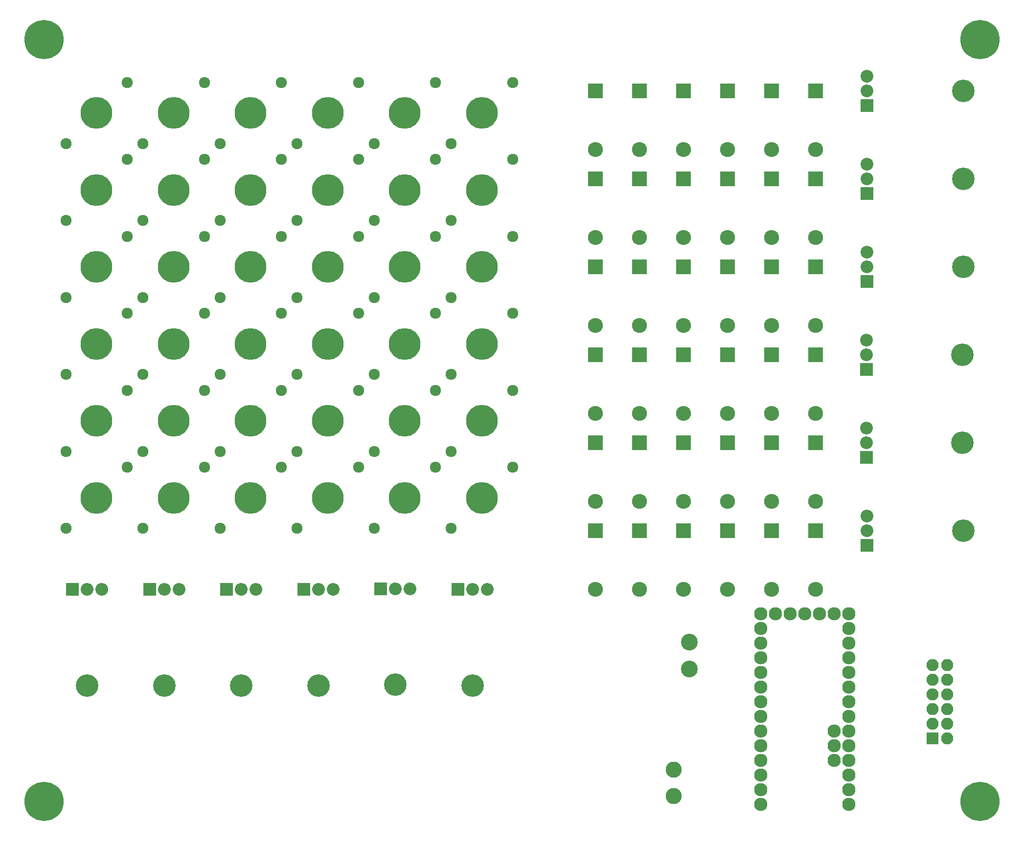
<source format=gbr>
G04 #@! TF.FileFunction,Soldermask,Top*
%FSLAX46Y46*%
G04 Gerber Fmt 4.6, Leading zero omitted, Abs format (unit mm)*
G04 Created by KiCad (PCBNEW 4.0.6) date 05/24/18 15:00:55*
%MOMM*%
%LPD*%
G01*
G04 APERTURE LIST*
%ADD10C,0.100000*%
%ADD11R,2.100000X2.100000*%
%ADD12O,2.100000X2.100000*%
%ADD13C,2.300000*%
%ADD14C,6.800000*%
%ADD15R,2.600000X2.600000*%
%ADD16O,2.600000X2.600000*%
%ADD17C,2.800000*%
%ADD18C,2.900000*%
%ADD19C,5.500000*%
%ADD20C,1.924000*%
%ADD21O,3.900000X3.900000*%
%ADD22R,2.200000X2.200000*%
%ADD23O,2.200000X2.200000*%
G04 APERTURE END LIST*
D10*
D11*
X182760000Y-140120000D03*
D12*
X185300000Y-140120000D03*
X182760000Y-137580000D03*
X185300000Y-137580000D03*
X182760000Y-135040000D03*
X185300000Y-135040000D03*
X182760000Y-132500000D03*
X185300000Y-132500000D03*
X182760000Y-129960000D03*
X185300000Y-129960000D03*
X182760000Y-127420000D03*
X185300000Y-127420000D03*
D13*
X165735000Y-143891000D03*
X165735000Y-141351000D03*
X165735000Y-138811000D03*
X155575000Y-118491000D03*
X158115000Y-118491000D03*
X160655000Y-118491000D03*
X165735000Y-118491000D03*
X163195000Y-118491000D03*
X153035000Y-148971000D03*
X153035000Y-146431000D03*
X153035000Y-143891000D03*
X153035000Y-141351000D03*
X153035000Y-138811000D03*
X153035000Y-136271000D03*
X153035000Y-133731000D03*
X153035000Y-131191000D03*
X153035000Y-128651000D03*
X153035000Y-126111000D03*
X153035000Y-123571000D03*
X153035000Y-121031000D03*
X153035000Y-118491000D03*
X168275000Y-118491000D03*
X168275000Y-121031000D03*
X168275000Y-123571000D03*
X168275000Y-126111000D03*
X168275000Y-128651000D03*
X168275000Y-131191000D03*
X168275000Y-133731000D03*
X168275000Y-136271000D03*
X168275000Y-138811000D03*
X168275000Y-141351000D03*
X168275000Y-143891000D03*
X168275000Y-146431000D03*
X168275000Y-148971000D03*
X168275000Y-151511000D03*
X153035000Y-151511000D03*
D14*
X191000000Y-151000000D03*
D15*
X124460000Y-27940000D03*
D16*
X124460000Y-38100000D03*
D15*
X132080000Y-27940000D03*
D16*
X132080000Y-38100000D03*
D15*
X139700000Y-27940000D03*
D16*
X139700000Y-38100000D03*
D15*
X147320000Y-27940000D03*
D16*
X147320000Y-38100000D03*
D15*
X154940000Y-27940000D03*
D16*
X154940000Y-38100000D03*
D15*
X162560000Y-27940000D03*
D16*
X162560000Y-38100000D03*
D15*
X124460000Y-43180000D03*
D16*
X124460000Y-53340000D03*
D15*
X132080000Y-43180000D03*
D16*
X132080000Y-53340000D03*
D15*
X139700000Y-43180000D03*
D16*
X139700000Y-53340000D03*
D15*
X147320000Y-43180000D03*
D16*
X147320000Y-53340000D03*
D15*
X154940000Y-43180000D03*
D16*
X154940000Y-53340000D03*
D15*
X162560000Y-43180000D03*
D16*
X162560000Y-53340000D03*
D15*
X124460000Y-58420000D03*
D16*
X124460000Y-68580000D03*
D15*
X132080000Y-58420000D03*
D16*
X132080000Y-68580000D03*
D15*
X139700000Y-58420000D03*
D16*
X139700000Y-68580000D03*
D15*
X147320000Y-58420000D03*
D16*
X147320000Y-68580000D03*
D15*
X154940000Y-58420000D03*
D16*
X154940000Y-68580000D03*
D15*
X162560000Y-58420000D03*
D16*
X162560000Y-68580000D03*
D15*
X124460000Y-73660000D03*
D16*
X124460000Y-83820000D03*
D15*
X132080000Y-73660000D03*
D16*
X132080000Y-83820000D03*
D15*
X139700000Y-73660000D03*
D16*
X139700000Y-83820000D03*
D15*
X147320000Y-73660000D03*
D16*
X147320000Y-83820000D03*
D15*
X154940000Y-73660000D03*
D16*
X154940000Y-83820000D03*
D15*
X162560000Y-73660000D03*
D16*
X162560000Y-83820000D03*
D15*
X124460000Y-88900000D03*
D16*
X124460000Y-99060000D03*
D15*
X132080000Y-88900000D03*
D16*
X132080000Y-99060000D03*
D15*
X139700000Y-88900000D03*
D16*
X139700000Y-99060000D03*
D15*
X147320000Y-88900000D03*
D16*
X147320000Y-99060000D03*
D15*
X154940000Y-88900000D03*
D16*
X154940000Y-99060000D03*
D15*
X162560000Y-88900000D03*
D16*
X162560000Y-99060000D03*
D15*
X124460000Y-104140000D03*
D16*
X124460000Y-114300000D03*
D15*
X132080000Y-104140000D03*
D16*
X132080000Y-114300000D03*
D15*
X139700000Y-104140000D03*
D16*
X139700000Y-114300000D03*
D15*
X147320000Y-104140000D03*
D16*
X147320000Y-114300000D03*
D15*
X154940000Y-104140000D03*
D16*
X154940000Y-114300000D03*
D15*
X162560000Y-104140000D03*
D16*
X162560000Y-114300000D03*
D17*
X137958600Y-145548000D03*
X137958600Y-150048000D03*
D14*
X191000000Y-19000000D03*
X29000000Y-19000000D03*
X29000000Y-151000000D03*
D18*
X140716000Y-123444000D03*
X140716000Y-128044000D03*
D19*
X38100000Y-31750000D03*
D20*
X32800000Y-37050000D03*
X43400000Y-26450000D03*
D19*
X51435000Y-31750000D03*
D20*
X46135000Y-37050000D03*
X56735000Y-26450000D03*
D19*
X64770000Y-31750000D03*
D20*
X59470000Y-37050000D03*
X70070000Y-26450000D03*
D19*
X78105000Y-31750000D03*
D20*
X72805000Y-37050000D03*
X83405000Y-26450000D03*
D19*
X91440000Y-31750000D03*
D20*
X86140000Y-37050000D03*
X96740000Y-26450000D03*
D19*
X104775000Y-31750000D03*
D20*
X99475000Y-37050000D03*
X110075000Y-26450000D03*
D19*
X38100000Y-45085000D03*
D20*
X32800000Y-50385000D03*
X43400000Y-39785000D03*
D19*
X51435000Y-45085000D03*
D20*
X46135000Y-50385000D03*
X56735000Y-39785000D03*
D19*
X64770000Y-45085000D03*
D20*
X59470000Y-50385000D03*
X70070000Y-39785000D03*
D19*
X78105000Y-45085000D03*
D20*
X72805000Y-50385000D03*
X83405000Y-39785000D03*
D19*
X91440000Y-45085000D03*
D20*
X86140000Y-50385000D03*
X96740000Y-39785000D03*
D19*
X104775000Y-45085000D03*
D20*
X99475000Y-50385000D03*
X110075000Y-39785000D03*
D19*
X38100000Y-58420000D03*
D20*
X32800000Y-63720000D03*
X43400000Y-53120000D03*
D19*
X51435000Y-58420000D03*
D20*
X46135000Y-63720000D03*
X56735000Y-53120000D03*
D19*
X64770000Y-58420000D03*
D20*
X59470000Y-63720000D03*
X70070000Y-53120000D03*
D19*
X78105000Y-58420000D03*
D20*
X72805000Y-63720000D03*
X83405000Y-53120000D03*
D19*
X91440000Y-58420000D03*
D20*
X86140000Y-63720000D03*
X96740000Y-53120000D03*
D19*
X104775000Y-58420000D03*
D20*
X99475000Y-63720000D03*
X110075000Y-53120000D03*
D19*
X38100000Y-71755000D03*
D20*
X32800000Y-77055000D03*
X43400000Y-66455000D03*
D19*
X51435000Y-71755000D03*
D20*
X46135000Y-77055000D03*
X56735000Y-66455000D03*
D19*
X64770000Y-71755000D03*
D20*
X59470000Y-77055000D03*
X70070000Y-66455000D03*
D19*
X78105000Y-71755000D03*
D20*
X72805000Y-77055000D03*
X83405000Y-66455000D03*
D19*
X91440000Y-71755000D03*
D20*
X86140000Y-77055000D03*
X96740000Y-66455000D03*
D19*
X104775000Y-71755000D03*
D20*
X99475000Y-77055000D03*
X110075000Y-66455000D03*
D19*
X38100000Y-85090000D03*
D20*
X32800000Y-90390000D03*
X43400000Y-79790000D03*
D19*
X51435000Y-85090000D03*
D20*
X46135000Y-90390000D03*
X56735000Y-79790000D03*
D19*
X64770000Y-85090000D03*
D20*
X59470000Y-90390000D03*
X70070000Y-79790000D03*
D19*
X78105000Y-85090000D03*
D20*
X72805000Y-90390000D03*
X83405000Y-79790000D03*
D19*
X91440000Y-85090000D03*
D20*
X86140000Y-90390000D03*
X96740000Y-79790000D03*
D19*
X104775000Y-85090000D03*
D20*
X99475000Y-90390000D03*
X110075000Y-79790000D03*
D19*
X38100000Y-98425000D03*
D20*
X32800000Y-103725000D03*
X43400000Y-93125000D03*
D19*
X51435000Y-98425000D03*
D20*
X46135000Y-103725000D03*
X56735000Y-93125000D03*
D19*
X64770000Y-98425000D03*
D20*
X59470000Y-103725000D03*
X70070000Y-93125000D03*
D19*
X78105000Y-98425000D03*
D20*
X72805000Y-103725000D03*
X83405000Y-93125000D03*
D19*
X91440000Y-98425000D03*
D20*
X86140000Y-103725000D03*
X96740000Y-93125000D03*
D19*
X104775000Y-98425000D03*
D20*
X99475000Y-103725000D03*
X110075000Y-93125000D03*
D21*
X188110000Y-27940000D03*
D22*
X171450000Y-30480000D03*
D23*
X171450000Y-27940000D03*
X171450000Y-25400000D03*
D21*
X188110000Y-43180000D03*
D22*
X171450000Y-45720000D03*
D23*
X171450000Y-43180000D03*
X171450000Y-40640000D03*
D21*
X188110000Y-58420000D03*
D22*
X171450000Y-60960000D03*
D23*
X171450000Y-58420000D03*
X171450000Y-55880000D03*
D21*
X187960000Y-73660000D03*
D22*
X171300000Y-76200000D03*
D23*
X171300000Y-73660000D03*
X171300000Y-71120000D03*
D21*
X187960000Y-88900000D03*
D22*
X171300000Y-91440000D03*
D23*
X171300000Y-88900000D03*
X171300000Y-86360000D03*
D21*
X188110000Y-104140000D03*
D22*
X171450000Y-106680000D03*
D23*
X171450000Y-104140000D03*
X171450000Y-101600000D03*
D21*
X36480000Y-130960000D03*
D22*
X33940000Y-114300000D03*
D23*
X36480000Y-114300000D03*
X39020000Y-114300000D03*
D21*
X49815000Y-130960000D03*
D22*
X47275000Y-114300000D03*
D23*
X49815000Y-114300000D03*
X52355000Y-114300000D03*
D21*
X63150000Y-130960000D03*
D22*
X60610000Y-114300000D03*
D23*
X63150000Y-114300000D03*
X65690000Y-114300000D03*
D21*
X76485000Y-130960000D03*
D22*
X73945000Y-114300000D03*
D23*
X76485000Y-114300000D03*
X79025000Y-114300000D03*
D21*
X89820000Y-130810000D03*
D22*
X87280000Y-114150000D03*
D23*
X89820000Y-114150000D03*
X92360000Y-114150000D03*
D21*
X103155000Y-130960000D03*
D22*
X100615000Y-114300000D03*
D23*
X103155000Y-114300000D03*
X105695000Y-114300000D03*
M02*

</source>
